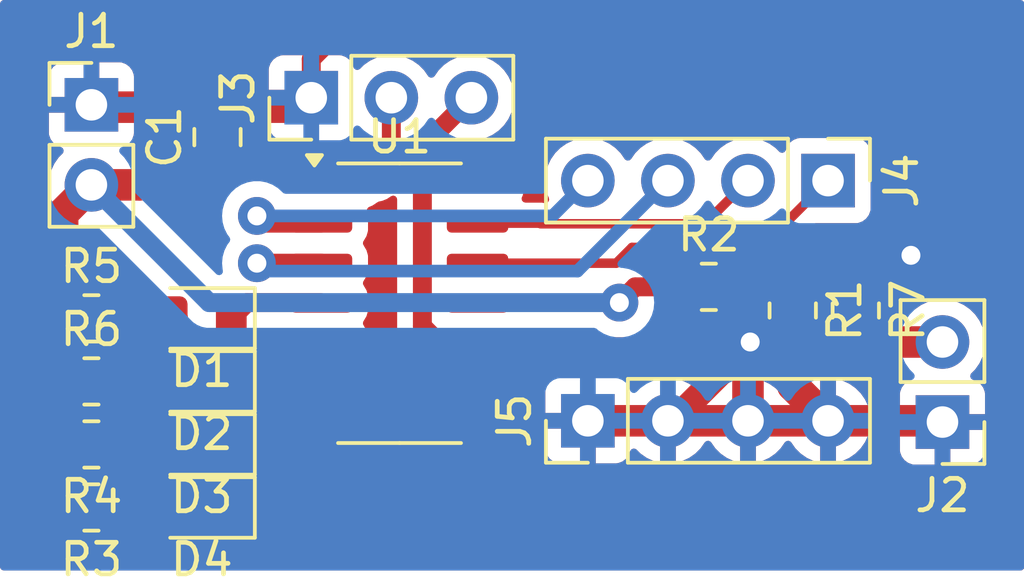
<source format=kicad_pcb>
(kicad_pcb (version 20240108) (generator "pcbnew") (generator_version "8.0")
  (layers (0 "F.Cu" signal) (31 "B.Cu" signal) (34 "B.Paste" user) (35 "F.Paste" user) (36 "B.SilkS" user "B.Silkscreen") (37 "F.SilkS" user "F.Silkscreen") (38 "B.Mask" user) (39 "F.Mask" user) (44 "Edge.Cuts" user))
  (net 0 "")
  (net 1 "Net-(J1-Pin_2)")
  (net 2 "GND")
  (net 3 "Net-(D1-A)")
  (net 4 "Net-(D1-K)")
  (net 5 "Net-(D2-K)")
  (net 6 "Net-(D2-A)")
  (net 7 "Net-(D3-A)")
  (net 8 "Net-(D3-K)")
  (net 9 "Net-(D4-K)")
  (net 10 "Net-(D4-A)")
  (net 11 "Net-(J2-Pin_2)")
  (net 12 "Net-(J3-Pin_3)")
  (net 13 "Net-(U1-PB0)")
  (net 15 "Net-(J4-Pin_4)")
  (net 17 "Net-(J4-Pin_2)")
  (net 18 "Net-(J4-Pin_1)")
  (net 19 "Net-(J4-Pin_3)")
  (footprint "Resistor_SMD:R_0805_2012Metric" (layer "F.Cu") (at 126.5 77.5 180)
    (property "Reference" "R3" (at 0 -1.65 0) (layer "F.SilkS"))
    (property "Value" "1k")
    (fp_line (start -0.227064 0.735) (end 0.227064 0.735) (stroke (width 0.12)) (layer "F.SilkS"))
    (fp_line (start -0.227064 -0.735) (end 0.227064 -0.735) (stroke (width 0.12)) (layer "F.SilkS"))
    (pad "1" smd roundrect (at -0.9125 0 180) (size 1.025 1.4) (layers "F.Cu" "F.Paste" "F.Mask") (roundrect_rratio 0.243902) (net 10 "Net-(D4-A)"))
    (pad "2" smd roundrect (at 0.9125 0 180) (size 1.025 1.4) (layers "F.Cu" "F.Paste" "F.Mask") (roundrect_rratio 0.243902) (net 1 "Net-(J1-Pin_2)"))
  )
  (footprint "Package_SO:SOIC-14_3.9x8.7mm_P1.27mm" (layer "F.Cu") (at 136.275 71.02)
    (property "Reference" "U1" (at 0 -5.28 0) (layer "F.SilkS"))
    (property "Value" "ATtiny1614-SS")
    (fp_line (start 0 -4.435) (end -1.95 -4.435) (stroke (width 0.12)) (layer "F.SilkS"))
    (fp_line (start 0 -4.435) (end 1.95 -4.435) (stroke (width 0.12)) (layer "F.SilkS"))
    (fp_line (start 0 4.435) (end -1.95 4.435) (stroke (width 0.12)) (layer "F.SilkS"))
    (fp_line (start 0 4.435) (end 1.95 4.435) (stroke (width 0.12)) (layer "F.SilkS"))
    (fp_poly (pts (xy -2.7 -4.37) (xy -2.94 -4.7) (xy -2.46 -4.7) (xy -2.7 -4.37)) (stroke (width 0.12)) (fill solid) (layer "F.SilkS"))
    (pad "1" smd roundrect (at -2.475 -3.81) (size 1.95 0.6) (layers "F.Cu" "F.Paste" "F.Mask") (net 1 "Net-(J1-Pin_2)"))
    (pad "2" smd roundrect (at -2.475 -2.54) (size 1.95 0.6) (layers "F.Cu" "F.Paste" "F.Mask") (net 15 "Net-(J4-Pin_4)"))
    (pad "3" smd roundrect (at -2.475 -1.27) (size 1.95 0.6) (layers "F.Cu" "F.Paste" "F.Mask") (net 19 "Net-(J4-Pin_3)"))
    (pad "4" smd roundrect (at -2.475 0) (size 1.95 0.6) (layers "F.Cu" "F.Paste" "F.Mask") (net 4 "Net-(D1-K)"))
    (pad "5" smd roundrect (at -2.475 1.27) (size 1.95 0.6) (layers "F.Cu" "F.Paste" "F.Mask") (net 5 "Net-(D2-K)"))
    (pad "6" smd roundrect (at -2.475 2.54) (size 1.95 0.6) (layers "F.Cu" "F.Paste" "F.Mask") (net 8 "Net-(D3-K)"))
    (pad "7" smd roundrect (at -2.475 3.81) (size 1.95 0.6) (layers "F.Cu" "F.Paste" "F.Mask") (net 9 "Net-(D4-K)"))
    (pad "8" smd roundrect (at 2.475 3.81) (size 1.95 0.6) (layers "F.Cu" "F.Paste" "F.Mask"))
    (pad "9" smd roundrect (at 2.475 2.54) (size 1.95 0.6) (layers "F.Cu" "F.Paste" "F.Mask") (net 13 "Net-(U1-PB0)"))
    (pad "10" smd roundrect (at 2.475 1.27) (size 1.95 0.6) (layers "F.Cu" "F.Paste" "F.Mask") (net 12 "Net-(J3-Pin_3)"))
    (pad "11" smd roundrect (at 2.475 0) (size 1.95 0.6) (layers "F.Cu" "F.Paste" "F.Mask"))
    (pad "12" smd roundrect (at 2.475 -1.27) (size 1.95 0.6) (layers "F.Cu" "F.Paste" "F.Mask") (net 18 "Net-(J4-Pin_1)"))
    (pad "13" smd roundrect (at 2.475 -2.54) (size 1.95 0.6) (layers "F.Cu" "F.Paste" "F.Mask") (net 17 "Net-(J4-Pin_2)"))
    (pad "14" smd roundrect (at 2.475 -3.81) (size 1.95 0.6) (layers "F.Cu" "F.Paste" "F.Mask") (net 2 "GND"))
  )
  (footprint "Connector_PinHeader_2.54mm:PinHeader_1x02_P2.54mm_Vertical" (layer "F.Cu") (at 153.5 74.79 180)
    (property "Reference" "J2" (at 0 -2.33 0) (layer "F.SilkS"))
    (property "Value" "IN")
    (fp_line (start 1.33 1.27) (end 1.33 3.87) (stroke (width 0.12)) (layer "F.SilkS"))
    (fp_line (start -1.33 3.87) (end 1.33 3.87) (stroke (width 0.12)) (layer "F.SilkS"))
    (fp_line (start -1.33 1.27) (end 1.33 1.27) (stroke (width 0.12)) (layer "F.SilkS"))
    (fp_line (start -1.33 1.27) (end -1.33 3.87) (stroke (width 0.12)) (layer "F.SilkS"))
    (fp_line (start -1.33 0) (end -1.33 -1.33) (stroke (width 0.12)) (layer "F.SilkS"))
    (fp_line (start -1.33 -1.33) (end 0 -1.33) (stroke (width 0.12)) (layer "F.SilkS"))
    (pad "1" thru_hole rect (at 0 0 180) (size 1.7 1.7) (drill 1) (layers "*.Cu" "*.Mask" "In1.Cu" "In2.Cu" "In3.Cu" "In4.Cu" "In5.Cu" "In6.Cu" "In7.Cu" "In8.Cu" "In9.Cu" "In10.Cu" "In11.Cu" "In12.Cu" "In13.Cu" "In14.Cu" "In15.Cu" "In16.Cu" "In17.Cu" "In18.Cu" "In19.Cu" "In20.Cu" "In21.Cu" "In22.Cu" "In23.Cu" "In24.Cu" "In25.Cu" "In26.Cu" "In27.Cu" "In28.Cu" "In29.Cu" "In30.Cu") (net 2 "GND"))
    (pad "2" thru_hole oval (at 0 2.54 180) (size 1.7 1.7) (drill 1) (layers "*.Cu" "*.Mask" "In1.Cu" "In2.Cu" "In3.Cu" "In4.Cu" "In5.Cu" "In6.Cu" "In7.Cu" "In8.Cu" "In9.Cu" "In10.Cu" "In11.Cu" "In12.Cu" "In13.Cu" "In14.Cu" "In15.Cu" "In16.Cu" "In17.Cu" "In18.Cu" "In19.Cu" "In20.Cu" "In21.Cu" "In22.Cu" "In23.Cu" "In24.Cu" "In25.Cu" "In26.Cu" "In27.Cu" "In28.Cu" "In29.Cu" "In30.Cu") (net 11 "Net-(J2-Pin_2)"))
  )
  (footprint "Resistor_SMD:R_0805_2012Metric" (layer "F.Cu") (at 126.5 71.5)
    (property "Reference" "R5" (at 0 -1.65 0) (layer "F.SilkS"))
    (property "Value" "1k")
    (fp_line (start -0.227064 -0.735) (end 0.227064 -0.735) (stroke (width 0.12)) (layer "F.SilkS"))
    (fp_line (start -0.227064 0.735) (end 0.227064 0.735) (stroke (width 0.12)) (layer "F.SilkS"))
    (pad "1" smd roundrect (at -0.9125 0) (size 1.025 1.4) (layers "F.Cu" "F.Paste" "F.Mask") (roundrect_rratio 0.243902) (net 1 "Net-(J1-Pin_2)"))
    (pad "2" smd roundrect (at 0.9125 0) (size 1.025 1.4) (layers "F.Cu" "F.Paste" "F.Mask") (roundrect_rratio 0.243902) (net 3 "Net-(D1-A)"))
  )
  (footprint "Resistor_SMD:R_0805_2012Metric" (layer "F.Cu") (at 126.5 75.5 180)
    (property "Reference" "R4" (at 0 -1.65 0) (layer "F.SilkS"))
    (property "Value" "1k")
    (fp_line (start -0.227064 0.735) (end 0.227064 0.735) (stroke (width 0.12)) (layer "F.SilkS"))
    (fp_line (start -0.227064 -0.735) (end 0.227064 -0.735) (stroke (width 0.12)) (layer "F.SilkS"))
    (pad "1" smd roundrect (at -0.9125 0 180) (size 1.025 1.4) (layers "F.Cu" "F.Paste" "F.Mask") (roundrect_rratio 0.243902) (net 7 "Net-(D3-A)"))
    (pad "2" smd roundrect (at 0.9125 0 180) (size 1.025 1.4) (layers "F.Cu" "F.Paste" "F.Mask") (roundrect_rratio 0.243902) (net 1 "Net-(J1-Pin_2)"))
  )
  (footprint "LED_SMD:LED_0805_2012Metric" (layer "F.Cu") (at 130 73.5 180)
    (property "Reference" "D2" (at 0 -1.65 0) (layer "F.SilkS"))
    (property "Value" "LED")
    (fp_line (start 1 -0.96) (end -1.685 -0.96) (stroke (width 0.12)) (layer "F.SilkS"))
    (fp_line (start -1.685 0.96) (end 1 0.96) (stroke (width 0.12)) (layer "F.SilkS"))
    (fp_line (start -1.685 -0.96) (end -1.685 0.96) (stroke (width 0.12)) (layer "F.SilkS"))
    (pad "1" smd roundrect (at -0.9375 0 180) (size 0.975 1.4) (layers "F.Cu" "F.Paste" "F.Mask") (net 5 "Net-(D2-K)"))
    (pad "2" smd roundrect (at 0.9375 0 180) (size 0.975 1.4) (layers "F.Cu" "F.Paste" "F.Mask") (net 6 "Net-(D2-A)"))
  )
  (footprint "Resistor_SMD:R_0805_2012Metric" (layer "F.Cu") (at 146.0875 70.5)
    (property "Reference" "R2" (at 0 -1.65 0) (layer "F.SilkS"))
    (property "Value" "68k")
    (fp_line (start -0.227064 -0.735) (end 0.227064 -0.735) (stroke (width 0.12)) (layer "F.SilkS"))
    (fp_line (start -0.227064 0.735) (end 0.227064 0.735) (stroke (width 0.12)) (layer "F.SilkS"))
    (pad "1" smd roundrect (at -0.9125 0) (size 1.025 1.4) (layers "F.Cu" "F.Paste" "F.Mask") (roundrect_rratio 0.243902) (net 1 "Net-(J1-Pin_2)"))
    (pad "2" smd roundrect (at 0.9125 0) (size 1.025 1.4) (layers "F.Cu" "F.Paste" "F.Mask") (roundrect_rratio 0.243902) (net 13 "Net-(U1-PB0)"))
  )
  (footprint "LED_SMD:LED_0805_2012Metric" (layer "F.Cu") (at 130 75.5 180)
    (property "Reference" "D3" (at 0 -1.65 0) (layer "F.SilkS"))
    (property "Value" "LED")
    (fp_line (start 1 -0.96) (end -1.685 -0.96) (stroke (width 0.12)) (layer "F.SilkS"))
    (fp_line (start -1.685 0.96) (end 1 0.96) (stroke (width 0.12)) (layer "F.SilkS"))
    (fp_line (start -1.685 -0.96) (end -1.685 0.96) (stroke (width 0.12)) (layer "F.SilkS"))
    (pad "1" smd roundrect (at -0.9375 0 180) (size 0.975 1.4) (layers "F.Cu" "F.Paste" "F.Mask") (net 8 "Net-(D3-K)"))
    (pad "2" smd roundrect (at 0.9375 0 180) (size 0.975 1.4) (layers "F.Cu" "F.Paste" "F.Mask") (net 7 "Net-(D3-A)"))
  )
  (footprint "Connector_PinHeader_2.54mm:PinHeader_1x04_P2.54mm_Vertical" (layer "F.Cu") (at 149.87 67.13 -90)
    (property "Reference" "J4" (at 0 -2.33 90) (layer "F.SilkS"))
    (property "Value" "SW")
    (fp_line (start -1.33 8.95) (end 1.33 8.95) (stroke (width 0.12)) (layer "F.SilkS"))
    (fp_line (start -1.33 1.27) (end -1.33 8.95) (stroke (width 0.12)) (layer "F.SilkS"))
    (fp_line (start -1.33 1.27) (end 1.33 1.27) (stroke (width 0.12)) (layer "F.SilkS"))
    (fp_line (start 1.33 1.27) (end 1.33 8.95) (stroke (width 0.12)) (layer "F.SilkS"))
    (fp_line (start -1.33 0) (end -1.33 -1.33) (stroke (width 0.12)) (layer "F.SilkS"))
    (fp_line (start -1.33 -1.33) (end 0 -1.33) (stroke (width 0.12)) (layer "F.SilkS"))
    (pad "1" thru_hole rect (at 0 0 270) (size 1.7 1.7) (drill 1) (layers "*.Cu" "*.Mask" "In1.Cu" "In2.Cu" "In3.Cu" "In4.Cu" "In5.Cu" "In6.Cu" "In7.Cu" "In8.Cu" "In9.Cu" "In10.Cu" "In11.Cu" "In12.Cu" "In13.Cu" "In14.Cu" "In15.Cu" "In16.Cu" "In17.Cu" "In18.Cu" "In19.Cu" "In20.Cu" "In21.Cu" "In22.Cu" "In23.Cu" "In24.Cu" "In25.Cu" "In26.Cu" "In27.Cu" "In28.Cu" "In29.Cu" "In30.Cu") (net 18 "Net-(J4-Pin_1)"))
    (pad "2" thru_hole oval (at 0 2.54 270) (size 1.7 1.7) (drill 1) (layers "*.Cu" "*.Mask" "In1.Cu" "In2.Cu" "In3.Cu" "In4.Cu" "In5.Cu" "In6.Cu" "In7.Cu" "In8.Cu" "In9.Cu" "In10.Cu" "In11.Cu" "In12.Cu" "In13.Cu" "In14.Cu" "In15.Cu" "In16.Cu" "In17.Cu" "In18.Cu" "In19.Cu" "In20.Cu" "In21.Cu" "In22.Cu" "In23.Cu" "In24.Cu" "In25.Cu" "In26.Cu" "In27.Cu" "In28.Cu" "In29.Cu" "In30.Cu") (net 17 "Net-(J4-Pin_2)"))
    (pad "3" thru_hole oval (at 0 5.08 270) (size 1.7 1.7) (drill 1) (layers "*.Cu" "*.Mask" "In1.Cu" "In2.Cu" "In3.Cu" "In4.Cu" "In5.Cu" "In6.Cu" "In7.Cu" "In8.Cu" "In9.Cu" "In10.Cu" "In11.Cu" "In12.Cu" "In13.Cu" "In14.Cu" "In15.Cu" "In16.Cu" "In17.Cu" "In18.Cu" "In19.Cu" "In20.Cu" "In21.Cu" "In22.Cu" "In23.Cu" "In24.Cu" "In25.Cu" "In26.Cu" "In27.Cu" "In28.Cu" "In29.Cu" "In30.Cu") (net 19 "Net-(J4-Pin_3)"))
    (pad "4" thru_hole oval (at 0 7.62 270) (size 1.7 1.7) (drill 1) (layers "*.Cu" "*.Mask" "In1.Cu" "In2.Cu" "In3.Cu" "In4.Cu" "In5.Cu" "In6.Cu" "In7.Cu" "In8.Cu" "In9.Cu" "In10.Cu" "In11.Cu" "In12.Cu" "In13.Cu" "In14.Cu" "In15.Cu" "In16.Cu" "In17.Cu" "In18.Cu" "In19.Cu" "In20.Cu" "In21.Cu" "In22.Cu" "In23.Cu" "In24.Cu" "In25.Cu" "In26.Cu" "In27.Cu" "In28.Cu" "In29.Cu" "In30.Cu") (net 15 "Net-(J4-Pin_4)"))
  )
  (footprint "Resistor_SMD:R_0805_2012Metric" (layer "F.Cu") (at 150.75 71.25 -90)
    (property "Reference" "R7" (at 0 -1.65 90) (layer "F.SilkS"))
    (property "Value" "300")
    (fp_line (start -0.227064 0.735) (end 0.227064 0.735) (stroke (width 0.12)) (layer "F.SilkS"))
    (fp_line (start -0.227064 -0.735) (end 0.227064 -0.735) (stroke (width 0.12)) (layer "F.SilkS"))
    (pad "1" smd roundrect (at -0.9125 0 270) (size 1.025 1.4) (layers "F.Cu" "F.Paste" "F.Mask") (roundrect_rratio 0.243902) (net 13 "Net-(U1-PB0)"))
    (pad "2" smd roundrect (at 0.9125 0 270) (size 1.025 1.4) (layers "F.Cu" "F.Paste" "F.Mask") (roundrect_rratio 0.243902) (net 11 "Net-(J2-Pin_2)"))
  )
  (footprint "Connector_PinHeader_2.54mm:PinHeader_1x03_P2.54mm_Vertical" (layer "F.Cu") (at 133.475 64.5 90)
    (property "Reference" "J3" (at 0 -2.33 90) (layer "F.SilkS"))
    (property "Value" "DEBUG")
    (fp_line (start -1.33 -1.33) (end 0 -1.33) (stroke (width 0.12)) (layer "F.SilkS"))
    (fp_line (start -1.33 0) (end -1.33 -1.33) (stroke (width 0.12)) (layer "F.SilkS"))
    (fp_line (start 1.33 1.27) (end 1.33 6.41) (stroke (width 0.12)) (layer "F.SilkS"))
    (fp_line (start -1.33 1.27) (end 1.33 1.27) (stroke (width 0.12)) (layer "F.SilkS"))
    (fp_line (start -1.33 1.27) (end -1.33 6.41) (stroke (width 0.12)) (layer "F.SilkS"))
    (fp_line (start -1.33 6.41) (end 1.33 6.41) (stroke (width 0.12)) (layer "F.SilkS"))
    (pad "1" thru_hole rect (at 0 0 90) (size 1.7 1.7) (drill 1) (layers "*.Cu" "*.Mask" "In1.Cu" "In2.Cu" "In3.Cu" "In4.Cu" "In5.Cu" "In6.Cu" "In7.Cu" "In8.Cu" "In9.Cu" "In10.Cu" "In11.Cu" "In12.Cu" "In13.Cu" "In14.Cu" "In15.Cu" "In16.Cu" "In17.Cu" "In18.Cu" "In19.Cu" "In20.Cu" "In21.Cu" "In22.Cu" "In23.Cu" "In24.Cu" "In25.Cu" "In26.Cu" "In27.Cu" "In28.Cu" "In29.Cu" "In30.Cu") (net 2 "GND"))
    (pad "2" thru_hole oval (at 0 2.54 90) (size 1.7 1.7) (drill 1) (layers "*.Cu" "*.Mask" "In1.Cu" "In2.Cu" "In3.Cu" "In4.Cu" "In5.Cu" "In6.Cu" "In7.Cu" "In8.Cu" "In9.Cu" "In10.Cu" "In11.Cu" "In12.Cu" "In13.Cu" "In14.Cu" "In15.Cu" "In16.Cu" "In17.Cu" "In18.Cu" "In19.Cu" "In20.Cu" "In21.Cu" "In22.Cu" "In23.Cu" "In24.Cu" "In25.Cu" "In26.Cu" "In27.Cu" "In28.Cu" "In29.Cu" "In30.Cu") (net 1 "Net-(J1-Pin_2)"))
    (pad "3" thru_hole oval (at 0 5.08 90) (size 1.7 1.7) (drill 1) (layers "*.Cu" "*.Mask" "In1.Cu" "In2.Cu" "In3.Cu" "In4.Cu" "In5.Cu" "In6.Cu" "In7.Cu" "In8.Cu" "In9.Cu" "In10.Cu" "In11.Cu" "In12.Cu" "In13.Cu" "In14.Cu" "In15.Cu" "In16.Cu" "In17.Cu" "In18.Cu" "In19.Cu" "In20.Cu" "In21.Cu" "In22.Cu" "In23.Cu" "In24.Cu" "In25.Cu" "In26.Cu" "In27.Cu" "In28.Cu" "In29.Cu" "In30.Cu") (net 12 "Net-(J3-Pin_3)"))
  )
  (footprint "Connector_PinHeader_2.54mm:PinHeader_1x02_P2.54mm_Vertical" (layer "F.Cu") (at 126.5 64.725)
    (property "Reference" "J1" (at 0 -2.33 0) (layer "F.SilkS"))
    (property "Value" "VCC")
    (fp_line (start -1.33 -1.33) (end 0 -1.33) (stroke (width 0.12)) (layer "F.SilkS"))
    (fp_line (start -1.33 0) (end -1.33 -1.33) (stroke (width 0.12)) (layer "F.SilkS"))
    (fp_line (start -1.33 1.27) (end -1.33 3.87) (stroke (width 0.12)) (layer "F.SilkS"))
    (fp_line (start -1.33 1.27) (end 1.33 1.27) (stroke (width 0.12)) (layer "F.SilkS"))
    (fp_line (start -1.33 3.87) (end 1.33 3.87) (stroke (width 0.12)) (layer "F.SilkS"))
    (fp_line (start 1.33 1.27) (end 1.33 3.87) (stroke (width 0.12)) (layer "F.SilkS"))
    (pad "1" thru_hole rect (at 0 0) (size 1.7 1.7) (drill 1) (layers "*.Cu" "*.Mask" "In1.Cu" "In2.Cu" "In3.Cu" "In4.Cu" "In5.Cu" "In6.Cu" "In7.Cu" "In8.Cu" "In9.Cu" "In10.Cu" "In11.Cu" "In12.Cu" "In13.Cu" "In14.Cu" "In15.Cu" "In16.Cu" "In17.Cu" "In18.Cu" "In19.Cu" "In20.Cu" "In21.Cu" "In22.Cu" "In23.Cu" "In24.Cu" "In25.Cu" "In26.Cu" "In27.Cu" "In28.Cu" "In29.Cu" "In30.Cu") (net 2 "GND"))
    (pad "2" thru_hole oval (at 0 2.54) (size 1.7 1.7) (drill 1) (layers "*.Cu" "*.Mask" "In1.Cu" "In2.Cu" "In3.Cu" "In4.Cu" "In5.Cu" "In6.Cu" "In7.Cu" "In8.Cu" "In9.Cu" "In10.Cu" "In11.Cu" "In12.Cu" "In13.Cu" "In14.Cu" "In15.Cu" "In16.Cu" "In17.Cu" "In18.Cu" "In19.Cu" "In20.Cu" "In21.Cu" "In22.Cu" "In23.Cu" "In24.Cu" "In25.Cu" "In26.Cu" "In27.Cu" "In28.Cu" "In29.Cu" "In30.Cu") (net 1 "Net-(J1-Pin_2)"))
  )
  (footprint "Resistor_SMD:R_0805_2012Metric" (layer "F.Cu") (at 148.75 71.25 -90)
    (property "Reference" "R1" (at 0 -1.65 90) (layer "F.SilkS"))
    (property "Value" "20k")
    (fp_line (start -0.227064 0.735) (end 0.227064 0.735) (stroke (width 0.12)) (layer "F.SilkS"))
    (fp_line (start -0.227064 -0.735) (end 0.227064 -0.735) (stroke (width 0.12)) (layer "F.SilkS"))
    (pad "1" smd roundrect (at -0.9125 0 270) (size 1.025 1.4) (layers "F.Cu" "F.Paste" "F.Mask") (roundrect_rratio 0.243902) (net 13 "Net-(U1-PB0)"))
    (pad "2" smd roundrect (at 0.9125 0 270) (size 1.025 1.4) (layers "F.Cu" "F.Paste" "F.Mask") (roundrect_rratio 0.243902) (net 2 "GND"))
  )
  (footprint "Capacitor_SMD:C_0805_2012Metric" (layer "F.Cu") (at 130.5 65.75 90)
    (property "Reference" "C1" (at 0 -1.68 90) (layer "F.SilkS"))
    (property "Value" "100n")
    (fp_line (start -0.261252 -0.735) (end 0.261252 -0.735) (stroke (width 0.12)) (layer "F.SilkS"))
    (fp_line (start -0.261252 0.735) (end 0.261252 0.735) (stroke (width 0.12)) (layer "F.SilkS"))
    (pad "1" smd roundrect (at -0.95 0 90) (size 1 1.45) (layers "F.Cu" "F.Paste" "F.Mask") (net 1 "Net-(J1-Pin_2)"))
    (pad "2" smd roundrect (at 0.95 0 90) (size 1 1.45) (layers "F.Cu" "F.Paste" "F.Mask") (net 2 "GND"))
  )
  (footprint "Resistor_SMD:R_0805_2012Metric" (layer "F.Cu") (at 126.5 73.5)
    (property "Reference" "R6" (at 0 -1.65 0) (layer "F.SilkS"))
    (property "Value" "1k")
    (fp_line (start -0.227064 -0.735) (end 0.227064 -0.735) (stroke (width 0.12)) (layer "F.SilkS"))
    (fp_line (start -0.227064 0.735) (end 0.227064 0.735) (stroke (width 0.12)) (layer "F.SilkS"))
    (pad "1" smd roundrect (at -0.9125 0) (size 1.025 1.4) (layers "F.Cu" "F.Paste" "F.Mask") (roundrect_rratio 0.243902) (net 1 "Net-(J1-Pin_2)"))
    (pad "2" smd roundrect (at 0.9125 0) (size 1.025 1.4) (layers "F.Cu" "F.Paste" "F.Mask") (roundrect_rratio 0.243902) (net 6 "Net-(D2-A)"))
  )
  (footprint "Connector_PinHeader_2.54mm:PinHeader_1x04_P2.54mm_Vertical" (layer "F.Cu") (at 142.25 74.75 90)
    (property "Reference" "J5" (at 0 -2.33 90) (layer "F.SilkS"))
    (property "Value" "SW")
    (fp_line (start -1.33 -1.33) (end 0 -1.33) (stroke (width 0.12)) (layer "F.SilkS"))
    (fp_line (start -1.33 0) (end -1.33 -1.33) (stroke (width 0.12)) (layer "F.SilkS"))
    (fp_line (start 1.33 1.27) (end 1.33 8.95) (stroke (width 0.12)) (layer "F.SilkS"))
    (fp_line (start -1.33 1.27) (end 1.33 1.27) (stroke (width 0.12)) (layer "F.SilkS"))
    (fp_line (start -1.33 1.27) (end -1.33 8.95) (stroke (width 0.12)) (layer "F.SilkS"))
    (fp_line (start -1.33 8.95) (end 1.33 8.95) (stroke (width 0.12)) (layer "F.SilkS"))
    (pad "1" thru_hole rect (at 0 0 90) (size 1.7 1.7) (drill 1) (layers "*.Cu" "*.Mask" "In1.Cu" "In2.Cu" "In3.Cu" "In4.Cu" "In5.Cu" "In6.Cu" "In7.Cu" "In8.Cu" "In9.Cu" "In10.Cu" "In11.Cu" "In12.Cu" "In13.Cu" "In14.Cu" "In15.Cu" "In16.Cu" "In17.Cu" "In18.Cu" "In19.Cu" "In20.Cu" "In21.Cu" "In22.Cu" "In23.Cu" "In24.Cu" "In25.Cu" "In26.Cu" "In27.Cu" "In28.Cu" "In29.Cu" "In30.Cu") (net 2 "GND"))
    (pad "2" thru_hole oval (at 0 2.54 90) (size 1.7 1.7) (drill 1) (layers "*.Cu" "*.Mask" "In1.Cu" "In2.Cu" "In3.Cu" "In4.Cu" "In5.Cu" "In6.Cu" "In7.Cu" "In8.Cu" "In9.Cu" "In10.Cu" "In11.Cu" "In12.Cu" "In13.Cu" "In14.Cu" "In15.Cu" "In16.Cu" "In17.Cu" "In18.Cu" "In19.Cu" "In20.Cu" "In21.Cu" "In22.Cu" "In23.Cu" "In24.Cu" "In25.Cu" "In26.Cu" "In27.Cu" "In28.Cu" "In29.Cu" "In30.Cu") (net 2 "GND"))
    (pad "3" thru_hole oval (at 0 5.08 90) (size 1.7 1.7) (drill 1) (layers "*.Cu" "*.Mask" "In1.Cu" "In2.Cu" "In3.Cu" "In4.Cu" "In5.Cu" "In6.Cu" "In7.Cu" "In8.Cu" "In9.Cu" "In10.Cu" "In11.Cu" "In12.Cu" "In13.Cu" "In14.Cu" "In15.Cu" "In16.Cu" "In17.Cu" "In18.Cu" "In19.Cu" "In20.Cu" "In21.Cu" "In22.Cu" "In23.Cu" "In24.Cu" "In25.Cu" "In26.Cu" "In27.Cu" "In28.Cu" "In29.Cu" "In30.Cu") (net 2 "GND"))
    (pad "4" thru_hole oval (at 0 7.62 90) (size 1.7 1.7) (drill 1) (layers "*.Cu" "*.Mask" "In1.Cu" "In2.Cu" "In3.Cu" "In4.Cu" "In5.Cu" "In6.Cu" "In7.Cu" "In8.Cu" "In9.Cu" "In10.Cu" "In11.Cu" "In12.Cu" "In13.Cu" "In14.Cu" "In15.Cu" "In16.Cu" "In17.Cu" "In18.Cu" "In19.Cu" "In20.Cu" "In21.Cu" "In22.Cu" "In23.Cu" "In24.Cu" "In25.Cu" "In26.Cu" "In27.Cu" "In28.Cu" "In29.Cu" "In30.Cu") (net 2 "GND"))
  )
  (footprint "LED_SMD:LED_0805_2012Metric" (layer "F.Cu") (at 130 71.5 180)
    (property "Reference" "D1" (at 0 -1.65 0) (layer "F.SilkS"))
    (property "Value" "LED")
    (fp_line (start 1 -0.96) (end -1.685 -0.96) (stroke (width 0.12)) (layer "F.SilkS"))
    (fp_line (start -1.685 0.96) (end 1 0.96) (stroke (width 0.12)) (layer "F.SilkS"))
    (fp_line (start -1.685 -0.96) (end -1.685 0.96) (stroke (width 0.12)) (layer "F.SilkS"))
    (pad "1" smd roundrect (at -0.9375 0 180) (size 0.975 1.4) (layers "F.Cu" "F.Paste" "F.Mask") (net 4 "Net-(D1-K)"))
    (pad "2" smd roundrect (at 0.9375 0 180) (size 0.975 1.4) (layers "F.Cu" "F.Paste" "F.Mask") (net 3 "Net-(D1-A)"))
  )
  (footprint "LED_SMD:LED_0805_2012Metric" (layer "F.Cu") (at 130 77.5 180)
    (property "Reference" "D4" (at 0 -1.65 0) (layer "F.SilkS"))
    (property "Value" "LED")
    (fp_line (start 1 -0.96) (end -1.685 -0.96) (stroke (width 0.12)) (layer "F.SilkS"))
    (fp_line (start -1.685 0.96) (end 1 0.96) (stroke (width 0.12)) (layer "F.SilkS"))
    (fp_line (start -1.685 -0.96) (end -1.685 0.96) (stroke (width 0.12)) (layer "F.SilkS"))
    (pad "1" smd roundrect (at -0.9375 0 180) (size 0.975 1.4) (layers "F.Cu" "F.Paste" "F.Mask") (net 9 "Net-(D4-K)"))
    (pad "2" smd roundrect (at 0.9375 0 180) (size 0.975 1.4) (layers "F.Cu" "F.Paste" "F.Mask") (net 10 "Net-(D4-A)"))
  )
  (segment (start 125.5875 75.5) (end 125.5875 77.5) (width 1) (layer "F.Cu") (net 1))
  (segment (start 143.75 70.5) (end 143.25 71) (width 0.6) (layer "F.Cu") (net 1))
  (segment (start 125.5875 71.5) (end 125.5875 73.5) (width 1) (layer "F.Cu") (net 1))
  (segment (start 133.29 66.7) (end 133.8 67.21) (width 0.6) (layer "F.Cu") (net 1))
  (segment (start 135.5 67) (end 135.25 67) (width 0.6) (layer "F.Cu") (net 1))
  (segment (start 136.015 66.485) (end 135.5 67) (width 0.6) (layer "F.Cu") (net 1))
  (segment (start 130.5 66.7) (end 128.6 66.7) (width 1) (layer "F.Cu") (net 1))
  (segment (start 128.035 67.265) (end 126.5 67.265) (width 1) (layer "F.Cu") (net 1))
  (segment (start 135.04 67.21) (end 133.8 67.21) (width 0.6) (layer "F.Cu") (net 1))
  (segment (start 128.6 66.7) (end 128.035 67.265) (width 1) (layer "F.Cu") (net 1))
  (segment (start 130.5 66.7) (end 133.29 66.7) (width 0.6) (layer "F.Cu") (net 1))
  (segment (start 125.5875 73.5) (end 125.5875 75.5) (width 1) (layer "F.Cu") (net 1))
  (segment (start 136.015 64.5) (end 136.015 66.485) (width 0.6) (layer "F.Cu") (net 1))
  (segment (start 125.5875 68.1775) (end 125.5875 71.5) (width 1) (layer "F.Cu") (net 1))
  (segment (start 126.5 67.265) (end 125.5875 68.1775) (width 1) (layer "F.Cu") (net 1))
  (segment (start 145.175 70.5) (end 143.75 70.5) (width 0.6) (layer "F.Cu") (net 1))
  (segment (start 135.25 67) (end 135.04 67.21) (width 0.6) (layer "F.Cu") (net 1))
  (via (at 143.25 71) (size 1.2) (drill 0.6) (layers "F.Cu" "B.Cu") (net 1))
  (segment (start 143.25 71) (end 130.235 71) (width 0.6) (layer "B.Cu") (net 1))
  (segment (start 130.235 71) (end 126.5 67.265) (width 0.6) (layer "B.Cu") (net 1))
  (segment (start 148.6625 72.25) (end 148.75 72.1625) (width 0.2) (layer "F.Cu") (net 2))
  (segment (start 148.75 72.1625) (end 148.75 73.63) (width 1) (layer "F.Cu") (net 2))
  (segment (start 126.575 64.8) (end 126.5 64.725) (width 0.2) (layer "F.Cu") (net 2))
  (segment (start 140.5 62.75) (end 140.5 64.5) (width 0.6) (layer "F.Cu") (net 2))
  (segment (start 125.775 64.725) (end 126.5 64.725) (width 0.2) (layer "F.Cu") (net 2))
  (segment (start 151.25 64.5) (end 140.5 64.5) (width 0.6) (layer "F.Cu") (net 2))
  (segment (start 144.95 74.75) (end 144.79 74.75) (width 0.8) (layer "F.Cu") (net 2))
  (segment (start 134.25 62.5) (end 140.25 62.5) (width 0.6) (layer "F.Cu") (net 2))
  (segment (start 148.75 73.63) (end 149.87 74.75) (width 1) (layer "F.Cu") (net 2))
  (segment (start 147.4 72.51) (end 147.33 72.58) (width 0.2) (layer "F.Cu") (net 2))
  (segment (start 130.5 64.8) (end 133.175 64.8) (width 1) (layer "F.Cu") (net 2))
  (segment (start 152.5 65.75) (end 151.25 64.5) (width 0.6) (layer "F.Cu") (net 2))
  (segment (start 153.46 74.75) (end 153.5 74.79) (width 0.2) (layer "F.Cu") (net 2))
  (segment (start 147.4 72.25) (end 147.29 72.25) (width 1) (layer "F.Cu") (net 2))
  (segment (start 140.5 64.5) (end 140.5 66.5) (width 0.6) (layer "F.Cu") (net 2))
  (segment (start 149.87 74.75) (end 153.46 74.75) (width 1) (layer "F.Cu") (net 2))
  (segment (start 133.475 64.5) (end 133.475 63.275) (width 0.6) (layer "F.Cu") (net 2))
  (segment (start 149.87 74.75) (end 147.33 74.75) (width 1) (layer "F.Cu") (net 2))
  (segment (start 140.25 62.5) (end 140.5 62.75) (width 0.6) (layer "F.Cu") (net 2))
  (segment (start 133.175 64.8) (end 133.475 64.5) (width 0.2) (layer "F.Cu") (net 2))
  (segment (start 147.29 72.25) (end 147.29 72.41) (width 0.8) (layer "F.Cu") (net 2))
  (segment (start 139.79 67.21) (end 138.75 67.21) (width 0.6) (layer "F.Cu") (net 2))
  (segment (start 147.4 72.25) (end 147.4 72.51) (width 0.2) (layer "F.Cu") (net 2))
  (segment (start 147.33 74.75) (end 144.79 74.75) (width 1) (layer "F.Cu") (net 2))
  (segment (start 130.5 64.8) (end 126.575 64.8) (width 1) (layer "F.Cu") (net 2))
  (segment (start 147.33 72.58) (end 147.33 74.75) (width 1) (layer "F.Cu") (net 2))
  (segment (start 133.475 63.275) (end 134.25 62.5) (width 0.6) (layer "F.Cu") (net 2))
  (segment (start 140.5 66.5) (end 139.79 67.21) (width 0.6) (layer "F.Cu") (net 2))
  (segment (start 147.4 72.25) (end 148.6625 72.25) (width 1) (layer "F.Cu") (net 2))
  (segment (start 144.79 74.75) (end 142.25 74.75) (width 1) (layer "F.Cu") (net 2))
  (segment (start 152.5 69.5) (end 152.5 65.75) (width 0.6) (layer "F.Cu") (net 2))
  (segment (start 147.29 72.41) (end 144.95 74.75) (width 0.8) (layer "F.Cu") (net 2))
  (via (at 152.5 69.5) (size 1.2) (drill 0.6) (layers "F.Cu" "B.Cu") (net 2))
  (via (at 147.4 72.25) (size 1.2) (drill 0.6) (layers "F.Cu" "B.Cu") (net 2))
  (segment (start 147.4 72.25) (end 149.75 72.25) (width 1) (layer "B.Cu") (net 2))
  (segment (start 149.75 72.25) (end 152.5 69.5) (width 1) (layer "B.Cu") (net 2))
  (segment (start 127.4125 71.5) (end 129.0625 71.5) (width 1) (layer "F.Cu") (net 3))
  (segment (start 130.9375 71.5) (end 131.4375 71) (width 0.6) (layer "F.Cu") (net 4))
  (segment (start 133.78 71) (end 133.8 71.02) (width 0.2) (layer "F.Cu") (net 4))
  (segment (start 131.4375 71) (end 133.78 71) (width 0.6) (layer "F.Cu") (net 4))
  (segment (start 132.1475 72.29) (end 133.8 72.29) (width 0.6) (layer "F.Cu") (net 5))
  (segment (start 130.9375 73.5) (end 132.1475 72.29) (width 0.6) (layer "F.Cu") (net 5))
  (segment (start 127.4125 73.5) (end 129.0625 73.5) (width 1) (layer "F.Cu") (net 6))
  (segment (start 127.4125 75.5) (end 129.0625 75.5) (width 1) (layer "F.Cu") (net 7))
  (segment (start 132.1 74) (end 132.54 73.56) (width 0.6) (layer "F.Cu") (net 8))
  (segment (start 132.54 73.56) (end 132.8775 73.56) (width 0.6) (layer "F.Cu") (net 8))
  (segment (start 131.5 75.5) (end 132.1 74.9) (width 0.6) (layer "F.Cu") (net 8))
  (segment (start 132.8775 73.56) (end 133.8 73.56) (width 0.2) (layer "F.Cu") (net 8))
  (segment (start 130.9375 75.5) (end 131.5 75.5) (width 0.6) (layer "F.Cu") (net 8))
  (segment (start 132.1 74.9) (end 132.1 74) (width 0.6) (layer "F.Cu") (net 8))
  (segment (start 133.6075 74.83) (end 133.8 74.83) (width 0.2) (layer "F.Cu") (net 9))
  (segment (start 133.6075 75.3925) (end 133.6075 74.83) (width 0.6) (layer "F.Cu") (net 9))
  (segment (start 131.5 77.5) (end 133.6075 75.3925) (width 0.6) (layer "F.Cu") (net 9))
  (segment (start 130.9375 77.5) (end 131.5 77.5) (width 0.6) (layer "F.Cu") (net 9))
  (segment (start 127.4125 77.5) (end 129.0625 77.5) (width 1) (layer "F.Cu") (net 10))
  (segment (start 150.8375 72.25) (end 150.75 72.1625) (width 0.2) (layer "F.Cu") (net 11))
  (segment (start 153.5 72.25) (end 150.8375 72.25) (width 1) (layer "F.Cu") (net 11))
  (segment (start 138.555 64.5) (end 137 66.055) (width 0.6) (layer "F.Cu") (net 12))
  (segment (start 137 66.055) (end 137 71.75) (width 0.6) (layer "F.Cu") (net 12))
  (segment (start 137.54 72.29) (end 138.75 72.29) (width 0.6) (layer "F.Cu") (net 12))
  (segment (start 137 71.75) (end 137.54 72.29) (width 0.6) (layer "F.Cu") (net 12))
  (segment (start 147 70.9) (end 147 70.5) (width 0.6) (layer "F.Cu") (net 13))
  (segment (start 140.85 72.4) (end 145.5 72.4) (width 0.6) (layer "F.Cu") (net 13))
  (segment (start 138.75 73.56) (end 139.69 73.56) (width 0.2) (layer "F.Cu") (net 13))
  (segment (start 148.75 70.3375) (end 150.75 70.3375) (width 1) (layer "F.Cu") (net 13))
  (segment (start 148.5875 70.5) (end 148.75 70.3375) (width 0.2) (layer "F.Cu") (net 13))
  (segment (start 147 70.5) (end 147.2 70.3) (width 1) (layer "F.Cu") (net 13))
  (segment (start 139.69 73.56) (end 140.85 72.4) (width 0.6) (layer "F.Cu") (net 13))
  (segment (start 148.7125 70.3) (end 148.75 70.3375) (width 1) (layer "F.Cu") (net 13))
  (segment (start 145.5 72.4) (end 147 70.9) (width 0.6) (layer "F.Cu") (net 13))
  (segment (start 147.2 70.3) (end 148.7125 70.3) (width 1) (layer "F.Cu") (net 13))
  (segment (start 131.75 68.25) (end 131.98 68.48) (width 0.2) (layer "F.Cu") (net 15))
  (segment (start 131.98 68.48) (end 133.8 68.48) (width 0.6) (layer "F.Cu") (net 15))
  (via (at 131.75 68.25) (size 1.2) (drill 0.6) (layers "F.Cu" "B.Cu") (net 15))
  (segment (start 131.75 68.25) (end 141.13 68.25) (width 0.4) (layer "B.Cu") (net 15))
  (segment (start 141.13 68.25) (end 142.25 67.13) (width 0.4) (layer "B.Cu") (net 15))
  (segment (start 145.96 68.5) (end 147.33 67.13) (width 0.3) (layer "F.Cu") (net 17))
  (segment (start 138.75 68.48) (end 140.73 68.48) (width 0.3) (layer "F.Cu") (net 17))
  (segment (start 140.73 68.48) (end 140.75 68.5) (width 0.2) (layer "F.Cu") (net 17))
  (segment (start 140.75 68.5) (end 145.96 68.5) (width 0.3) (layer "F.Cu") (net 17))
  (segment (start 143.15 69.75) (end 143.65 69.25) (width 0.3) (layer "F.Cu") (net 18))
  (segment (start 138.75 69.75) (end 143.15 69.75) (width 0.3) (layer "F.Cu") (net 18))
  (segment (start 143.65 69.25) (end 147.75 69.25) (width 0.3) (layer "F.Cu") (net 18))
  (segment (start 147.75 69.25) (end 149.87 67.13) (width 0.3) (layer "F.Cu") (net 18))
  (segment (start 131.75 69.75) (end 133.8 69.75) (width 0.6) (layer "F.Cu") (net 19))
  (via (at 131.75 69.75) (size 1.2) (drill 0.6) (layers "F.Cu" "B.Cu") (net 19))
  (segment (start 132 70) (end 141.92 70) (width 0.4) (layer "B.Cu") (net 19))
  (segment (start 141.92 70) (end 144.79 67.13) (width 0.4) (layer "B.Cu") (net 19))
  (segment (start 131.75 69.75) (end 132 70) (width 0.2) (layer "B.Cu") (net 19))
  (zone (net 2) (net_name "GND") (layers "F.Cu" "B.Cu") (priority 1) (connect_pads (clearance 0.5)) (min_thickness 0.25) (fill yes (thermal_gap 0.5) (thermal_bridge_width 0.5))
    (polygon (pts (xy 123.6 61.4) (xy 156.1 61.4) (xy 156.1 79.5) (xy 123.6 79.5)))
  )
)
</source>
